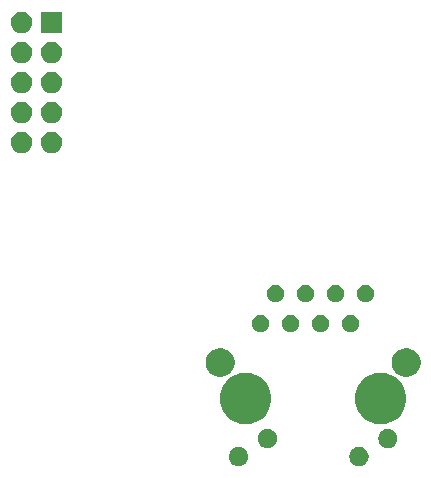
<source format=gbr>
G04 #@! TF.GenerationSoftware,KiCad,Pcbnew,(5.1.5)-3*
G04 #@! TF.CreationDate,2019-12-12T17:13:38-08:00*
G04 #@! TF.ProjectId,EsperDNS,45737065-7244-44e5-932e-6b696361645f,rev?*
G04 #@! TF.SameCoordinates,Original*
G04 #@! TF.FileFunction,Soldermask,Bot*
G04 #@! TF.FilePolarity,Negative*
%FSLAX46Y46*%
G04 Gerber Fmt 4.6, Leading zero omitted, Abs format (unit mm)*
G04 Created by KiCad (PCBNEW (5.1.5)-3) date 2019-12-12 17:13:38*
%MOMM*%
%LPD*%
G04 APERTURE LIST*
%ADD10C,0.100000*%
G04 APERTURE END LIST*
D10*
G36*
X150798017Y-136195358D02*
G01*
X150872270Y-136226115D01*
X150946521Y-136256870D01*
X150946522Y-136256871D01*
X151080167Y-136346169D01*
X151193831Y-136459833D01*
X151260804Y-136560067D01*
X151283130Y-136593479D01*
X151313885Y-136667730D01*
X151344642Y-136741983D01*
X151376000Y-136899630D01*
X151376000Y-137060370D01*
X151344642Y-137218017D01*
X151313885Y-137292270D01*
X151283130Y-137366521D01*
X151283129Y-137366522D01*
X151193831Y-137500167D01*
X151080167Y-137613831D01*
X150979933Y-137680805D01*
X150946521Y-137703130D01*
X150872270Y-137733885D01*
X150798017Y-137764642D01*
X150640370Y-137796000D01*
X150479630Y-137796000D01*
X150321983Y-137764642D01*
X150247730Y-137733885D01*
X150173479Y-137703130D01*
X150140067Y-137680805D01*
X150039833Y-137613831D01*
X149926169Y-137500167D01*
X149836871Y-137366522D01*
X149836870Y-137366521D01*
X149806115Y-137292270D01*
X149775358Y-137218017D01*
X149744000Y-137060370D01*
X149744000Y-136899630D01*
X149775358Y-136741983D01*
X149806115Y-136667730D01*
X149836870Y-136593479D01*
X149859195Y-136560067D01*
X149926169Y-136459833D01*
X150039833Y-136346169D01*
X150173478Y-136256871D01*
X150173479Y-136256870D01*
X150247730Y-136226115D01*
X150321983Y-136195358D01*
X150479630Y-136164000D01*
X150640370Y-136164000D01*
X150798017Y-136195358D01*
G37*
G36*
X140598017Y-136195358D02*
G01*
X140672270Y-136226115D01*
X140746521Y-136256870D01*
X140746522Y-136256871D01*
X140880167Y-136346169D01*
X140993831Y-136459833D01*
X141060804Y-136560067D01*
X141083130Y-136593479D01*
X141113885Y-136667730D01*
X141144642Y-136741983D01*
X141176000Y-136899630D01*
X141176000Y-137060370D01*
X141144642Y-137218017D01*
X141113885Y-137292270D01*
X141083130Y-137366521D01*
X141083129Y-137366522D01*
X140993831Y-137500167D01*
X140880167Y-137613831D01*
X140779933Y-137680805D01*
X140746521Y-137703130D01*
X140672270Y-137733885D01*
X140598017Y-137764642D01*
X140440370Y-137796000D01*
X140279630Y-137796000D01*
X140121983Y-137764642D01*
X140047730Y-137733885D01*
X139973479Y-137703130D01*
X139940067Y-137680805D01*
X139839833Y-137613831D01*
X139726169Y-137500167D01*
X139636871Y-137366522D01*
X139636870Y-137366521D01*
X139606115Y-137292270D01*
X139575358Y-137218017D01*
X139544000Y-137060370D01*
X139544000Y-136899630D01*
X139575358Y-136741983D01*
X139606115Y-136667730D01*
X139636870Y-136593479D01*
X139659195Y-136560067D01*
X139726169Y-136459833D01*
X139839833Y-136346169D01*
X139973478Y-136256871D01*
X139973479Y-136256870D01*
X140047730Y-136226115D01*
X140121983Y-136195358D01*
X140279630Y-136164000D01*
X140440370Y-136164000D01*
X140598017Y-136195358D01*
G37*
G36*
X143048017Y-134675358D02*
G01*
X143196521Y-134736870D01*
X143196522Y-134736871D01*
X143330167Y-134826169D01*
X143443831Y-134939833D01*
X143510804Y-135040067D01*
X143533130Y-135073479D01*
X143594642Y-135221983D01*
X143626000Y-135379630D01*
X143626000Y-135540370D01*
X143594642Y-135698017D01*
X143533130Y-135846521D01*
X143533129Y-135846522D01*
X143443831Y-135980167D01*
X143330167Y-136093831D01*
X143229933Y-136160804D01*
X143196521Y-136183130D01*
X143122270Y-136213885D01*
X143048017Y-136244642D01*
X142890370Y-136276000D01*
X142729630Y-136276000D01*
X142571983Y-136244642D01*
X142497730Y-136213885D01*
X142423479Y-136183130D01*
X142390067Y-136160805D01*
X142289833Y-136093831D01*
X142176169Y-135980167D01*
X142086871Y-135846522D01*
X142086870Y-135846521D01*
X142025358Y-135698017D01*
X141994000Y-135540370D01*
X141994000Y-135379630D01*
X142025358Y-135221983D01*
X142086870Y-135073479D01*
X142109195Y-135040067D01*
X142176169Y-134939833D01*
X142289833Y-134826169D01*
X142423478Y-134736871D01*
X142423479Y-134736870D01*
X142571983Y-134675358D01*
X142729630Y-134644000D01*
X142890370Y-134644000D01*
X143048017Y-134675358D01*
G37*
G36*
X153248017Y-134675358D02*
G01*
X153396521Y-134736870D01*
X153396522Y-134736871D01*
X153530167Y-134826169D01*
X153643831Y-134939833D01*
X153710804Y-135040067D01*
X153733130Y-135073479D01*
X153794642Y-135221983D01*
X153826000Y-135379630D01*
X153826000Y-135540370D01*
X153794642Y-135698017D01*
X153733130Y-135846521D01*
X153733129Y-135846522D01*
X153643831Y-135980167D01*
X153530167Y-136093831D01*
X153429933Y-136160804D01*
X153396521Y-136183130D01*
X153322270Y-136213885D01*
X153248017Y-136244642D01*
X153090370Y-136276000D01*
X152929630Y-136276000D01*
X152771983Y-136244642D01*
X152697730Y-136213885D01*
X152623479Y-136183130D01*
X152590067Y-136160805D01*
X152489833Y-136093831D01*
X152376169Y-135980167D01*
X152286871Y-135846522D01*
X152286870Y-135846521D01*
X152225358Y-135698017D01*
X152194000Y-135540370D01*
X152194000Y-135379630D01*
X152225358Y-135221983D01*
X152286870Y-135073479D01*
X152309195Y-135040067D01*
X152376169Y-134939833D01*
X152489833Y-134826169D01*
X152623478Y-134736871D01*
X152623479Y-134736870D01*
X152771983Y-134675358D01*
X152929630Y-134644000D01*
X153090370Y-134644000D01*
X153248017Y-134675358D01*
G37*
G36*
X152896401Y-129951953D02*
G01*
X153037049Y-129979930D01*
X153318097Y-130096344D01*
X153372028Y-130118683D01*
X153434512Y-130144565D01*
X153792219Y-130383577D01*
X154096423Y-130687781D01*
X154335435Y-131045488D01*
X154500070Y-131442951D01*
X154584000Y-131864895D01*
X154584000Y-132295105D01*
X154500070Y-132717049D01*
X154335435Y-133114512D01*
X154096423Y-133472219D01*
X153792219Y-133776423D01*
X153434512Y-134015435D01*
X153037049Y-134180070D01*
X152896401Y-134208047D01*
X152615107Y-134264000D01*
X152184893Y-134264000D01*
X151903599Y-134208047D01*
X151762951Y-134180070D01*
X151365488Y-134015435D01*
X151007781Y-133776423D01*
X150703577Y-133472219D01*
X150464565Y-133114512D01*
X150299930Y-132717049D01*
X150216000Y-132295105D01*
X150216000Y-131864895D01*
X150299930Y-131442951D01*
X150464565Y-131045488D01*
X150703577Y-130687781D01*
X151007781Y-130383577D01*
X151365488Y-130144565D01*
X151427973Y-130118683D01*
X151481903Y-130096344D01*
X151762951Y-129979930D01*
X151903599Y-129951953D01*
X152184893Y-129896000D01*
X152615107Y-129896000D01*
X152896401Y-129951953D01*
G37*
G36*
X141466401Y-129951953D02*
G01*
X141607049Y-129979930D01*
X141888097Y-130096344D01*
X141942028Y-130118683D01*
X142004512Y-130144565D01*
X142362219Y-130383577D01*
X142666423Y-130687781D01*
X142905435Y-131045488D01*
X143070070Y-131442951D01*
X143154000Y-131864895D01*
X143154000Y-132295105D01*
X143070070Y-132717049D01*
X142905435Y-133114512D01*
X142666423Y-133472219D01*
X142362219Y-133776423D01*
X142004512Y-134015435D01*
X141607049Y-134180070D01*
X141466401Y-134208047D01*
X141185107Y-134264000D01*
X140754893Y-134264000D01*
X140473599Y-134208047D01*
X140332951Y-134180070D01*
X139935488Y-134015435D01*
X139577781Y-133776423D01*
X139273577Y-133472219D01*
X139034565Y-133114512D01*
X138869930Y-132717049D01*
X138786000Y-132295105D01*
X138786000Y-131864895D01*
X138869930Y-131442951D01*
X139034565Y-131045488D01*
X139273577Y-130687781D01*
X139577781Y-130383577D01*
X139935488Y-130144565D01*
X139997973Y-130118683D01*
X140051903Y-130096344D01*
X140332951Y-129979930D01*
X140473599Y-129951953D01*
X140754893Y-129896000D01*
X141185107Y-129896000D01*
X141466401Y-129951953D01*
G37*
G36*
X154918339Y-127848710D02*
G01*
X155141911Y-127941317D01*
X155141913Y-127941318D01*
X155343123Y-128075762D01*
X155514238Y-128246877D01*
X155648682Y-128448087D01*
X155648683Y-128448089D01*
X155741290Y-128671661D01*
X155788500Y-128909002D01*
X155788500Y-129150998D01*
X155741290Y-129388339D01*
X155648683Y-129611911D01*
X155648682Y-129611913D01*
X155514238Y-129813123D01*
X155343123Y-129984238D01*
X155141913Y-130118682D01*
X155141912Y-130118683D01*
X155141911Y-130118683D01*
X154918339Y-130211290D01*
X154680998Y-130258500D01*
X154439002Y-130258500D01*
X154201661Y-130211290D01*
X153978089Y-130118683D01*
X153978088Y-130118683D01*
X153978087Y-130118682D01*
X153776877Y-129984238D01*
X153605762Y-129813123D01*
X153471318Y-129611913D01*
X153471317Y-129611911D01*
X153378710Y-129388339D01*
X153331500Y-129150998D01*
X153331500Y-128909002D01*
X153378710Y-128671661D01*
X153471317Y-128448089D01*
X153471318Y-128448087D01*
X153605762Y-128246877D01*
X153776877Y-128075762D01*
X153978087Y-127941318D01*
X153978089Y-127941317D01*
X154201661Y-127848710D01*
X154439002Y-127801500D01*
X154680998Y-127801500D01*
X154918339Y-127848710D01*
G37*
G36*
X139168339Y-127848710D02*
G01*
X139391911Y-127941317D01*
X139391913Y-127941318D01*
X139593123Y-128075762D01*
X139764238Y-128246877D01*
X139898682Y-128448087D01*
X139898683Y-128448089D01*
X139991290Y-128671661D01*
X140038500Y-128909002D01*
X140038500Y-129150998D01*
X139991290Y-129388339D01*
X139898683Y-129611911D01*
X139898682Y-129611913D01*
X139764238Y-129813123D01*
X139593123Y-129984238D01*
X139391913Y-130118682D01*
X139391912Y-130118683D01*
X139391911Y-130118683D01*
X139168339Y-130211290D01*
X138930998Y-130258500D01*
X138689002Y-130258500D01*
X138451661Y-130211290D01*
X138228089Y-130118683D01*
X138228088Y-130118683D01*
X138228087Y-130118682D01*
X138026877Y-129984238D01*
X137855762Y-129813123D01*
X137721318Y-129611913D01*
X137721317Y-129611911D01*
X137628710Y-129388339D01*
X137581500Y-129150998D01*
X137581500Y-128909002D01*
X137628710Y-128671661D01*
X137721317Y-128448089D01*
X137721318Y-128448087D01*
X137855762Y-128246877D01*
X138026877Y-128075762D01*
X138228087Y-127941318D01*
X138228089Y-127941317D01*
X138451661Y-127848710D01*
X138689002Y-127801500D01*
X138930998Y-127801500D01*
X139168339Y-127848710D01*
G37*
G36*
X144998766Y-125008821D02*
G01*
X145135257Y-125065358D01*
X145258097Y-125147437D01*
X145362563Y-125251903D01*
X145444642Y-125374743D01*
X145501179Y-125511234D01*
X145530000Y-125656130D01*
X145530000Y-125803870D01*
X145501179Y-125948766D01*
X145444642Y-126085257D01*
X145362563Y-126208097D01*
X145258097Y-126312563D01*
X145135257Y-126394642D01*
X144998766Y-126451179D01*
X144853870Y-126480000D01*
X144706130Y-126480000D01*
X144561234Y-126451179D01*
X144424743Y-126394642D01*
X144301903Y-126312563D01*
X144197437Y-126208097D01*
X144115358Y-126085257D01*
X144058821Y-125948766D01*
X144030000Y-125803870D01*
X144030000Y-125656130D01*
X144058821Y-125511234D01*
X144115358Y-125374743D01*
X144197437Y-125251903D01*
X144301903Y-125147437D01*
X144424743Y-125065358D01*
X144561234Y-125008821D01*
X144706130Y-124980000D01*
X144853870Y-124980000D01*
X144998766Y-125008821D01*
G37*
G36*
X147538766Y-125008821D02*
G01*
X147675257Y-125065358D01*
X147798097Y-125147437D01*
X147902563Y-125251903D01*
X147984642Y-125374743D01*
X148041179Y-125511234D01*
X148070000Y-125656130D01*
X148070000Y-125803870D01*
X148041179Y-125948766D01*
X147984642Y-126085257D01*
X147902563Y-126208097D01*
X147798097Y-126312563D01*
X147675257Y-126394642D01*
X147538766Y-126451179D01*
X147393870Y-126480000D01*
X147246130Y-126480000D01*
X147101234Y-126451179D01*
X146964743Y-126394642D01*
X146841903Y-126312563D01*
X146737437Y-126208097D01*
X146655358Y-126085257D01*
X146598821Y-125948766D01*
X146570000Y-125803870D01*
X146570000Y-125656130D01*
X146598821Y-125511234D01*
X146655358Y-125374743D01*
X146737437Y-125251903D01*
X146841903Y-125147437D01*
X146964743Y-125065358D01*
X147101234Y-125008821D01*
X147246130Y-124980000D01*
X147393870Y-124980000D01*
X147538766Y-125008821D01*
G37*
G36*
X142458766Y-125008821D02*
G01*
X142595257Y-125065358D01*
X142718097Y-125147437D01*
X142822563Y-125251903D01*
X142904642Y-125374743D01*
X142961179Y-125511234D01*
X142990000Y-125656130D01*
X142990000Y-125803870D01*
X142961179Y-125948766D01*
X142904642Y-126085257D01*
X142822563Y-126208097D01*
X142718097Y-126312563D01*
X142595257Y-126394642D01*
X142458766Y-126451179D01*
X142313870Y-126480000D01*
X142166130Y-126480000D01*
X142021234Y-126451179D01*
X141884743Y-126394642D01*
X141761903Y-126312563D01*
X141657437Y-126208097D01*
X141575358Y-126085257D01*
X141518821Y-125948766D01*
X141490000Y-125803870D01*
X141490000Y-125656130D01*
X141518821Y-125511234D01*
X141575358Y-125374743D01*
X141657437Y-125251903D01*
X141761903Y-125147437D01*
X141884743Y-125065358D01*
X142021234Y-125008821D01*
X142166130Y-124980000D01*
X142313870Y-124980000D01*
X142458766Y-125008821D01*
G37*
G36*
X150078766Y-125008821D02*
G01*
X150215257Y-125065358D01*
X150338097Y-125147437D01*
X150442563Y-125251903D01*
X150524642Y-125374743D01*
X150581179Y-125511234D01*
X150610000Y-125656130D01*
X150610000Y-125803870D01*
X150581179Y-125948766D01*
X150524642Y-126085257D01*
X150442563Y-126208097D01*
X150338097Y-126312563D01*
X150215257Y-126394642D01*
X150078766Y-126451179D01*
X149933870Y-126480000D01*
X149786130Y-126480000D01*
X149641234Y-126451179D01*
X149504743Y-126394642D01*
X149381903Y-126312563D01*
X149277437Y-126208097D01*
X149195358Y-126085257D01*
X149138821Y-125948766D01*
X149110000Y-125803870D01*
X149110000Y-125656130D01*
X149138821Y-125511234D01*
X149195358Y-125374743D01*
X149277437Y-125251903D01*
X149381903Y-125147437D01*
X149504743Y-125065358D01*
X149641234Y-125008821D01*
X149786130Y-124980000D01*
X149933870Y-124980000D01*
X150078766Y-125008821D01*
G37*
G36*
X143728766Y-122468821D02*
G01*
X143865257Y-122525358D01*
X143988097Y-122607437D01*
X144092563Y-122711903D01*
X144174642Y-122834743D01*
X144231179Y-122971234D01*
X144260000Y-123116130D01*
X144260000Y-123263870D01*
X144231179Y-123408766D01*
X144174642Y-123545257D01*
X144092563Y-123668097D01*
X143988097Y-123772563D01*
X143865257Y-123854642D01*
X143728766Y-123911179D01*
X143583870Y-123940000D01*
X143436130Y-123940000D01*
X143291234Y-123911179D01*
X143154743Y-123854642D01*
X143031903Y-123772563D01*
X142927437Y-123668097D01*
X142845358Y-123545257D01*
X142788821Y-123408766D01*
X142760000Y-123263870D01*
X142760000Y-123116130D01*
X142788821Y-122971234D01*
X142845358Y-122834743D01*
X142927437Y-122711903D01*
X143031903Y-122607437D01*
X143154743Y-122525358D01*
X143291234Y-122468821D01*
X143436130Y-122440000D01*
X143583870Y-122440000D01*
X143728766Y-122468821D01*
G37*
G36*
X146268766Y-122468821D02*
G01*
X146405257Y-122525358D01*
X146528097Y-122607437D01*
X146632563Y-122711903D01*
X146714642Y-122834743D01*
X146771179Y-122971234D01*
X146800000Y-123116130D01*
X146800000Y-123263870D01*
X146771179Y-123408766D01*
X146714642Y-123545257D01*
X146632563Y-123668097D01*
X146528097Y-123772563D01*
X146405257Y-123854642D01*
X146268766Y-123911179D01*
X146123870Y-123940000D01*
X145976130Y-123940000D01*
X145831234Y-123911179D01*
X145694743Y-123854642D01*
X145571903Y-123772563D01*
X145467437Y-123668097D01*
X145385358Y-123545257D01*
X145328821Y-123408766D01*
X145300000Y-123263870D01*
X145300000Y-123116130D01*
X145328821Y-122971234D01*
X145385358Y-122834743D01*
X145467437Y-122711903D01*
X145571903Y-122607437D01*
X145694743Y-122525358D01*
X145831234Y-122468821D01*
X145976130Y-122440000D01*
X146123870Y-122440000D01*
X146268766Y-122468821D01*
G37*
G36*
X148808766Y-122468821D02*
G01*
X148945257Y-122525358D01*
X149068097Y-122607437D01*
X149172563Y-122711903D01*
X149254642Y-122834743D01*
X149311179Y-122971234D01*
X149340000Y-123116130D01*
X149340000Y-123263870D01*
X149311179Y-123408766D01*
X149254642Y-123545257D01*
X149172563Y-123668097D01*
X149068097Y-123772563D01*
X148945257Y-123854642D01*
X148808766Y-123911179D01*
X148663870Y-123940000D01*
X148516130Y-123940000D01*
X148371234Y-123911179D01*
X148234743Y-123854642D01*
X148111903Y-123772563D01*
X148007437Y-123668097D01*
X147925358Y-123545257D01*
X147868821Y-123408766D01*
X147840000Y-123263870D01*
X147840000Y-123116130D01*
X147868821Y-122971234D01*
X147925358Y-122834743D01*
X148007437Y-122711903D01*
X148111903Y-122607437D01*
X148234743Y-122525358D01*
X148371234Y-122468821D01*
X148516130Y-122440000D01*
X148663870Y-122440000D01*
X148808766Y-122468821D01*
G37*
G36*
X151348766Y-122468821D02*
G01*
X151485257Y-122525358D01*
X151608097Y-122607437D01*
X151712563Y-122711903D01*
X151794642Y-122834743D01*
X151851179Y-122971234D01*
X151880000Y-123116130D01*
X151880000Y-123263870D01*
X151851179Y-123408766D01*
X151794642Y-123545257D01*
X151712563Y-123668097D01*
X151608097Y-123772563D01*
X151485257Y-123854642D01*
X151348766Y-123911179D01*
X151203870Y-123940000D01*
X151056130Y-123940000D01*
X150911234Y-123911179D01*
X150774743Y-123854642D01*
X150651903Y-123772563D01*
X150547437Y-123668097D01*
X150465358Y-123545257D01*
X150408821Y-123408766D01*
X150380000Y-123263870D01*
X150380000Y-123116130D01*
X150408821Y-122971234D01*
X150465358Y-122834743D01*
X150547437Y-122711903D01*
X150651903Y-122607437D01*
X150774743Y-122525358D01*
X150911234Y-122468821D01*
X151056130Y-122440000D01*
X151203870Y-122440000D01*
X151348766Y-122468821D01*
G37*
G36*
X124649712Y-109492327D02*
G01*
X124799012Y-109522024D01*
X124962984Y-109589944D01*
X125110554Y-109688547D01*
X125236053Y-109814046D01*
X125334656Y-109961616D01*
X125402576Y-110125588D01*
X125437200Y-110299659D01*
X125437200Y-110477141D01*
X125402576Y-110651212D01*
X125334656Y-110815184D01*
X125236053Y-110962754D01*
X125110554Y-111088253D01*
X124962984Y-111186856D01*
X124799012Y-111254776D01*
X124649712Y-111284473D01*
X124624942Y-111289400D01*
X124447458Y-111289400D01*
X124422688Y-111284473D01*
X124273388Y-111254776D01*
X124109416Y-111186856D01*
X123961846Y-111088253D01*
X123836347Y-110962754D01*
X123737744Y-110815184D01*
X123669824Y-110651212D01*
X123635200Y-110477141D01*
X123635200Y-110299659D01*
X123669824Y-110125588D01*
X123737744Y-109961616D01*
X123836347Y-109814046D01*
X123961846Y-109688547D01*
X124109416Y-109589944D01*
X124273388Y-109522024D01*
X124422688Y-109492327D01*
X124447458Y-109487400D01*
X124624942Y-109487400D01*
X124649712Y-109492327D01*
G37*
G36*
X122109712Y-109492327D02*
G01*
X122259012Y-109522024D01*
X122422984Y-109589944D01*
X122570554Y-109688547D01*
X122696053Y-109814046D01*
X122794656Y-109961616D01*
X122862576Y-110125588D01*
X122897200Y-110299659D01*
X122897200Y-110477141D01*
X122862576Y-110651212D01*
X122794656Y-110815184D01*
X122696053Y-110962754D01*
X122570554Y-111088253D01*
X122422984Y-111186856D01*
X122259012Y-111254776D01*
X122109712Y-111284473D01*
X122084942Y-111289400D01*
X121907458Y-111289400D01*
X121882688Y-111284473D01*
X121733388Y-111254776D01*
X121569416Y-111186856D01*
X121421846Y-111088253D01*
X121296347Y-110962754D01*
X121197744Y-110815184D01*
X121129824Y-110651212D01*
X121095200Y-110477141D01*
X121095200Y-110299659D01*
X121129824Y-110125588D01*
X121197744Y-109961616D01*
X121296347Y-109814046D01*
X121421846Y-109688547D01*
X121569416Y-109589944D01*
X121733388Y-109522024D01*
X121882688Y-109492327D01*
X121907458Y-109487400D01*
X122084942Y-109487400D01*
X122109712Y-109492327D01*
G37*
G36*
X124649712Y-106952327D02*
G01*
X124799012Y-106982024D01*
X124962984Y-107049944D01*
X125110554Y-107148547D01*
X125236053Y-107274046D01*
X125334656Y-107421616D01*
X125402576Y-107585588D01*
X125437200Y-107759659D01*
X125437200Y-107937141D01*
X125402576Y-108111212D01*
X125334656Y-108275184D01*
X125236053Y-108422754D01*
X125110554Y-108548253D01*
X124962984Y-108646856D01*
X124799012Y-108714776D01*
X124649712Y-108744473D01*
X124624942Y-108749400D01*
X124447458Y-108749400D01*
X124422688Y-108744473D01*
X124273388Y-108714776D01*
X124109416Y-108646856D01*
X123961846Y-108548253D01*
X123836347Y-108422754D01*
X123737744Y-108275184D01*
X123669824Y-108111212D01*
X123635200Y-107937141D01*
X123635200Y-107759659D01*
X123669824Y-107585588D01*
X123737744Y-107421616D01*
X123836347Y-107274046D01*
X123961846Y-107148547D01*
X124109416Y-107049944D01*
X124273388Y-106982024D01*
X124422688Y-106952327D01*
X124447458Y-106947400D01*
X124624942Y-106947400D01*
X124649712Y-106952327D01*
G37*
G36*
X122109712Y-106952327D02*
G01*
X122259012Y-106982024D01*
X122422984Y-107049944D01*
X122570554Y-107148547D01*
X122696053Y-107274046D01*
X122794656Y-107421616D01*
X122862576Y-107585588D01*
X122897200Y-107759659D01*
X122897200Y-107937141D01*
X122862576Y-108111212D01*
X122794656Y-108275184D01*
X122696053Y-108422754D01*
X122570554Y-108548253D01*
X122422984Y-108646856D01*
X122259012Y-108714776D01*
X122109712Y-108744473D01*
X122084942Y-108749400D01*
X121907458Y-108749400D01*
X121882688Y-108744473D01*
X121733388Y-108714776D01*
X121569416Y-108646856D01*
X121421846Y-108548253D01*
X121296347Y-108422754D01*
X121197744Y-108275184D01*
X121129824Y-108111212D01*
X121095200Y-107937141D01*
X121095200Y-107759659D01*
X121129824Y-107585588D01*
X121197744Y-107421616D01*
X121296347Y-107274046D01*
X121421846Y-107148547D01*
X121569416Y-107049944D01*
X121733388Y-106982024D01*
X121882688Y-106952327D01*
X121907458Y-106947400D01*
X122084942Y-106947400D01*
X122109712Y-106952327D01*
G37*
G36*
X122109712Y-104412327D02*
G01*
X122259012Y-104442024D01*
X122422984Y-104509944D01*
X122570554Y-104608547D01*
X122696053Y-104734046D01*
X122794656Y-104881616D01*
X122862576Y-105045588D01*
X122897200Y-105219659D01*
X122897200Y-105397141D01*
X122862576Y-105571212D01*
X122794656Y-105735184D01*
X122696053Y-105882754D01*
X122570554Y-106008253D01*
X122422984Y-106106856D01*
X122259012Y-106174776D01*
X122109712Y-106204473D01*
X122084942Y-106209400D01*
X121907458Y-106209400D01*
X121882688Y-106204473D01*
X121733388Y-106174776D01*
X121569416Y-106106856D01*
X121421846Y-106008253D01*
X121296347Y-105882754D01*
X121197744Y-105735184D01*
X121129824Y-105571212D01*
X121095200Y-105397141D01*
X121095200Y-105219659D01*
X121129824Y-105045588D01*
X121197744Y-104881616D01*
X121296347Y-104734046D01*
X121421846Y-104608547D01*
X121569416Y-104509944D01*
X121733388Y-104442024D01*
X121882688Y-104412327D01*
X121907458Y-104407400D01*
X122084942Y-104407400D01*
X122109712Y-104412327D01*
G37*
G36*
X124649712Y-104412327D02*
G01*
X124799012Y-104442024D01*
X124962984Y-104509944D01*
X125110554Y-104608547D01*
X125236053Y-104734046D01*
X125334656Y-104881616D01*
X125402576Y-105045588D01*
X125437200Y-105219659D01*
X125437200Y-105397141D01*
X125402576Y-105571212D01*
X125334656Y-105735184D01*
X125236053Y-105882754D01*
X125110554Y-106008253D01*
X124962984Y-106106856D01*
X124799012Y-106174776D01*
X124649712Y-106204473D01*
X124624942Y-106209400D01*
X124447458Y-106209400D01*
X124422688Y-106204473D01*
X124273388Y-106174776D01*
X124109416Y-106106856D01*
X123961846Y-106008253D01*
X123836347Y-105882754D01*
X123737744Y-105735184D01*
X123669824Y-105571212D01*
X123635200Y-105397141D01*
X123635200Y-105219659D01*
X123669824Y-105045588D01*
X123737744Y-104881616D01*
X123836347Y-104734046D01*
X123961846Y-104608547D01*
X124109416Y-104509944D01*
X124273388Y-104442024D01*
X124422688Y-104412327D01*
X124447458Y-104407400D01*
X124624942Y-104407400D01*
X124649712Y-104412327D01*
G37*
G36*
X124649712Y-101872327D02*
G01*
X124799012Y-101902024D01*
X124962984Y-101969944D01*
X125110554Y-102068547D01*
X125236053Y-102194046D01*
X125334656Y-102341616D01*
X125402576Y-102505588D01*
X125437200Y-102679659D01*
X125437200Y-102857141D01*
X125402576Y-103031212D01*
X125334656Y-103195184D01*
X125236053Y-103342754D01*
X125110554Y-103468253D01*
X124962984Y-103566856D01*
X124799012Y-103634776D01*
X124649712Y-103664473D01*
X124624942Y-103669400D01*
X124447458Y-103669400D01*
X124422688Y-103664473D01*
X124273388Y-103634776D01*
X124109416Y-103566856D01*
X123961846Y-103468253D01*
X123836347Y-103342754D01*
X123737744Y-103195184D01*
X123669824Y-103031212D01*
X123635200Y-102857141D01*
X123635200Y-102679659D01*
X123669824Y-102505588D01*
X123737744Y-102341616D01*
X123836347Y-102194046D01*
X123961846Y-102068547D01*
X124109416Y-101969944D01*
X124273388Y-101902024D01*
X124422688Y-101872327D01*
X124447458Y-101867400D01*
X124624942Y-101867400D01*
X124649712Y-101872327D01*
G37*
G36*
X122109712Y-101872327D02*
G01*
X122259012Y-101902024D01*
X122422984Y-101969944D01*
X122570554Y-102068547D01*
X122696053Y-102194046D01*
X122794656Y-102341616D01*
X122862576Y-102505588D01*
X122897200Y-102679659D01*
X122897200Y-102857141D01*
X122862576Y-103031212D01*
X122794656Y-103195184D01*
X122696053Y-103342754D01*
X122570554Y-103468253D01*
X122422984Y-103566856D01*
X122259012Y-103634776D01*
X122109712Y-103664473D01*
X122084942Y-103669400D01*
X121907458Y-103669400D01*
X121882688Y-103664473D01*
X121733388Y-103634776D01*
X121569416Y-103566856D01*
X121421846Y-103468253D01*
X121296347Y-103342754D01*
X121197744Y-103195184D01*
X121129824Y-103031212D01*
X121095200Y-102857141D01*
X121095200Y-102679659D01*
X121129824Y-102505588D01*
X121197744Y-102341616D01*
X121296347Y-102194046D01*
X121421846Y-102068547D01*
X121569416Y-101969944D01*
X121733388Y-101902024D01*
X121882688Y-101872327D01*
X121907458Y-101867400D01*
X122084942Y-101867400D01*
X122109712Y-101872327D01*
G37*
G36*
X125437200Y-101129400D02*
G01*
X123635200Y-101129400D01*
X123635200Y-99327400D01*
X125437200Y-99327400D01*
X125437200Y-101129400D01*
G37*
G36*
X122109712Y-99332327D02*
G01*
X122259012Y-99362024D01*
X122422984Y-99429944D01*
X122570554Y-99528547D01*
X122696053Y-99654046D01*
X122794656Y-99801616D01*
X122862576Y-99965588D01*
X122897200Y-100139659D01*
X122897200Y-100317141D01*
X122862576Y-100491212D01*
X122794656Y-100655184D01*
X122696053Y-100802754D01*
X122570554Y-100928253D01*
X122422984Y-101026856D01*
X122259012Y-101094776D01*
X122109712Y-101124473D01*
X122084942Y-101129400D01*
X121907458Y-101129400D01*
X121882688Y-101124473D01*
X121733388Y-101094776D01*
X121569416Y-101026856D01*
X121421846Y-100928253D01*
X121296347Y-100802754D01*
X121197744Y-100655184D01*
X121129824Y-100491212D01*
X121095200Y-100317141D01*
X121095200Y-100139659D01*
X121129824Y-99965588D01*
X121197744Y-99801616D01*
X121296347Y-99654046D01*
X121421846Y-99528547D01*
X121569416Y-99429944D01*
X121733388Y-99362024D01*
X121882688Y-99332327D01*
X121907458Y-99327400D01*
X122084942Y-99327400D01*
X122109712Y-99332327D01*
G37*
M02*

</source>
